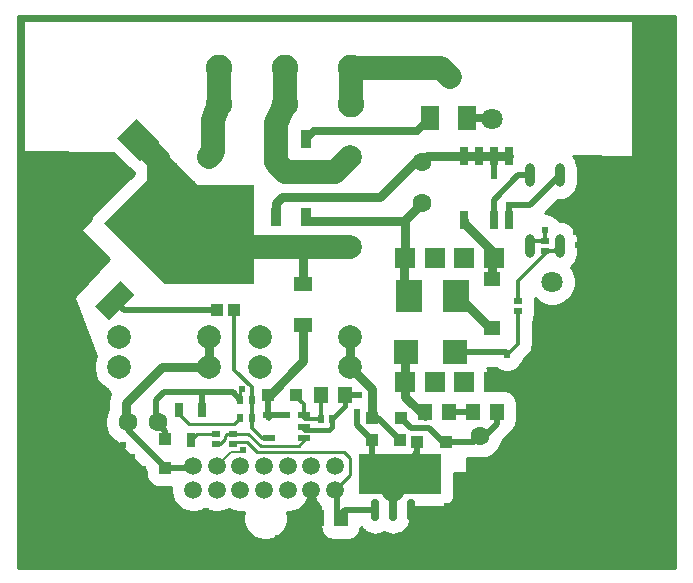
<source format=gbl>
G04 #@! TF.GenerationSoftware,KiCad,Pcbnew,5.1.5-52549c5~84~ubuntu18.04.1*
G04 #@! TF.CreationDate,2020-02-13T12:19:30+02:00*
G04 #@! TF.ProjectId,NRF52832_Touch_Switch_Power_Supply,4e524635-3238-4333-925f-546f7563685f,rev?*
G04 #@! TF.SameCoordinates,Original*
G04 #@! TF.FileFunction,Copper,L2,Bot*
G04 #@! TF.FilePolarity,Positive*
%FSLAX46Y46*%
G04 Gerber Fmt 4.6, Leading zero omitted, Abs format (unit mm)*
G04 Created by KiCad (PCBNEW 5.1.5-52549c5~84~ubuntu18.04.1) date 2020-02-13 12:19:30*
%MOMM*%
%LPD*%
G04 APERTURE LIST*
%ADD10C,0.100000*%
%ADD11R,2.290000X2.720000*%
%ADD12R,1.778000X1.778000*%
%ADD13C,1.800000*%
%ADD14C,2.250000*%
%ADD15C,1.600000*%
%ADD16C,2.000000*%
%ADD17R,1.160000X1.450000*%
%ADD18C,1.500000*%
%ADD19O,2.000000X3.500000*%
%ADD20O,0.700000X2.100000*%
%ADD21O,0.700000X1.900000*%
%ADD22R,1.000000X0.550000*%
%ADD23R,0.600000X0.650000*%
%ADD24R,0.650000X0.600000*%
%ADD25R,0.500000X0.800000*%
%ADD26R,1.000000X1.000000*%
%ADD27R,1.471000X1.270000*%
%ADD28R,1.500000X1.300000*%
%ADD29R,0.813000X1.500000*%
%ADD30R,2.000000X2.000000*%
%ADD31R,0.700000X1.250000*%
%ADD32O,0.800000X2.000000*%
%ADD33R,0.650000X1.550000*%
%ADD34R,1.000000X1.100000*%
%ADD35R,1.600000X2.000000*%
%ADD36C,0.610000*%
%ADD37C,0.508000*%
%ADD38C,0.635000*%
%ADD39C,0.762000*%
%ADD40C,0.254000*%
%ADD41C,2.032000*%
%ADD42C,0.203000*%
%ADD43C,0.305000*%
%ADD44C,0.250000*%
%ADD45C,0.406000*%
G04 APERTURE END LIST*
D10*
G36*
X104267000Y-50038000D02*
G01*
X108966000Y-50038000D01*
X108966000Y-58420000D01*
X101473000Y-58420000D01*
X96266000Y-53213000D01*
X101854000Y-47625000D01*
X104267000Y-50038000D01*
G37*
G36*
X124841000Y-76200000D02*
G01*
X117856000Y-76200000D01*
X117856000Y-72771000D01*
X124841000Y-72771000D01*
X124841000Y-76200000D01*
G37*
D11*
X126152000Y-59435000D03*
X122102000Y-59435000D03*
D12*
X129301000Y-66746000D03*
X126801000Y-66746000D03*
X124301000Y-66746000D03*
X121801000Y-66746000D03*
X121801000Y-56246000D03*
X124301000Y-56246000D03*
X126801000Y-56246000D03*
X129301000Y-56246000D03*
D13*
X129177051Y-44468051D03*
X125584949Y-40875949D03*
D14*
X111633000Y-40156000D03*
X111633000Y-43156000D03*
X117221000Y-40156000D03*
X117221000Y-43156000D03*
D15*
X128143000Y-71247000D03*
X128143000Y-73787000D03*
X98298000Y-70104000D03*
X100838000Y-70104000D03*
D14*
X106045000Y-40156000D03*
X106045000Y-43156000D03*
D15*
X123190000Y-48062000D03*
X123190000Y-51562000D03*
D13*
X134239000Y-65726000D03*
X134239000Y-58226000D03*
D16*
X105171000Y-65405000D03*
X105171000Y-62865000D03*
X105171000Y-47625000D03*
X105171000Y-55245000D03*
X97551000Y-62865000D03*
X97551000Y-65405000D03*
X117109000Y-65405000D03*
X117109000Y-62865000D03*
X117109000Y-47625000D03*
X117109000Y-55245000D03*
X109489000Y-62865000D03*
X109489000Y-65405000D03*
D17*
X114300000Y-78232000D03*
X116332000Y-78232000D03*
D18*
X115855000Y-73841000D03*
X115855000Y-75841000D03*
X113855000Y-73841000D03*
X113855000Y-75841000D03*
X111855000Y-73841000D03*
X111855000Y-75841000D03*
X109855000Y-73841000D03*
X109855000Y-75841000D03*
X107855000Y-73841000D03*
X107855000Y-75841000D03*
X105855000Y-73841000D03*
X105855000Y-75841000D03*
X103855000Y-73841000D03*
X103855000Y-75841000D03*
D19*
X120777000Y-75057000D03*
D20*
X120777000Y-77458000D03*
D21*
X119276000Y-77557000D03*
X122278000Y-77557000D03*
D22*
X110260000Y-69535000D03*
X110260000Y-71435000D03*
X113260000Y-71435000D03*
X113260000Y-70485000D03*
X113260000Y-69535000D03*
D23*
X114722000Y-69850000D03*
X115570000Y-69850000D03*
D24*
X105791000Y-71925000D03*
X105791000Y-71077000D03*
X107188000Y-71925000D03*
X107188000Y-71077000D03*
X131318000Y-60706000D03*
X131318000Y-59858000D03*
X133604000Y-55626000D03*
X133604000Y-54778000D03*
D25*
X108823000Y-68199000D03*
X107823000Y-68199000D03*
X108831000Y-69723000D03*
X107831000Y-69723000D03*
D26*
X125222000Y-71755000D03*
X122822000Y-71755000D03*
X121412000Y-69723000D03*
X119012000Y-69723000D03*
X118999000Y-71628000D03*
X121399000Y-71628000D03*
X112579000Y-67818000D03*
X110179000Y-67818000D03*
X101473000Y-71571000D03*
X101473000Y-73971000D03*
D27*
X129159000Y-58014000D03*
X129159000Y-62128000D03*
G04 #@! TA.AperFunction,SMDPad,CuDef*
D10*
G36*
X99373919Y-47964411D02*
G01*
X97450589Y-46041081D01*
X99069863Y-44421807D01*
X100993193Y-46345137D01*
X99373919Y-47964411D01*
G37*
G04 #@! TD.AperFunction*
G04 #@! TA.AperFunction,SMDPad,CuDef*
G36*
X96510137Y-50828193D02*
G01*
X94586807Y-48904863D01*
X96206081Y-47285589D01*
X98129411Y-49208919D01*
X96510137Y-50828193D01*
G37*
G04 #@! TD.AperFunction*
D28*
X113157000Y-58449000D03*
X113157000Y-61849000D03*
D29*
X110851000Y-46103000D03*
X113431000Y-46103000D03*
X113431000Y-52703000D03*
X110851000Y-52703000D03*
D30*
X126009000Y-64135000D03*
X121895000Y-64135000D03*
D31*
X103632000Y-71608000D03*
X104582000Y-69108000D03*
X102682000Y-69108000D03*
G04 #@! TA.AperFunction,SMDPad,CuDef*
D10*
G36*
X95610244Y-56086649D02*
G01*
X93488923Y-58207970D01*
X92357552Y-57076599D01*
X94478873Y-54955278D01*
X95610244Y-56086649D01*
G37*
G04 #@! TD.AperFunction*
G04 #@! TA.AperFunction,SMDPad,CuDef*
G36*
X95584788Y-60312319D02*
G01*
X97706109Y-58190998D01*
X98837480Y-59322369D01*
X96716159Y-61443690D01*
X95584788Y-60312319D01*
G37*
G04 #@! TD.AperFunction*
G04 #@! TA.AperFunction,SMDPad,CuDef*
G36*
X96291188Y-53263172D02*
G01*
X100887382Y-48666978D01*
X105130022Y-52909618D01*
X100533828Y-57505812D01*
X96291188Y-53263172D01*
G37*
G04 #@! TD.AperFunction*
D32*
X134874000Y-55197000D03*
X132334000Y-55197000D03*
X132334000Y-49197000D03*
X134874000Y-49197000D03*
D33*
X130556000Y-53012000D03*
X129286000Y-53012000D03*
X126746000Y-53012000D03*
X126746000Y-47572000D03*
X128016000Y-47572000D03*
X129286000Y-47572000D03*
X130556000Y-47572000D03*
D17*
X116713000Y-67818000D03*
X114681000Y-67818000D03*
X123444000Y-69215000D03*
X125476000Y-69215000D03*
X127508000Y-69215000D03*
X129540000Y-69215000D03*
D34*
X107315000Y-60579000D03*
X105915000Y-60579000D03*
D35*
X127076000Y-44323000D03*
X123876000Y-44323000D03*
D36*
X123698000Y-44323000D03*
X113411000Y-46101000D03*
X110851000Y-48113000D03*
X112776000Y-48895000D03*
X114808000Y-48895000D03*
X110871000Y-44762000D03*
X110871000Y-46482000D03*
X108104000Y-72490000D03*
X130429000Y-64389000D03*
X114935000Y-55245000D03*
X113665000Y-55245000D03*
X112395000Y-55245000D03*
X111252000Y-55245000D03*
X110109000Y-55245000D03*
X109093000Y-55245000D03*
X108077000Y-55245000D03*
X107061000Y-55245000D03*
X100965000Y-49784000D03*
X102489000Y-51308000D03*
X104013000Y-52578000D03*
X99568000Y-51562000D03*
X100965000Y-52832000D03*
X102616000Y-54356000D03*
X97917000Y-53467000D03*
X99441000Y-54991000D03*
X100965000Y-56261000D03*
X102235000Y-48387000D03*
X103759000Y-49911000D03*
X105283000Y-51181000D03*
X106553000Y-51181000D03*
X107950000Y-51181000D03*
X106553000Y-52578000D03*
X107950000Y-52578000D03*
X106553000Y-53848000D03*
X107950000Y-53848000D03*
X120015000Y-40132000D03*
X121539000Y-40132000D03*
X123063000Y-40132000D03*
X107950000Y-67310000D03*
X117856000Y-67818000D03*
X126111000Y-76454000D03*
X125349000Y-77216000D03*
X124460000Y-77724000D03*
X123444000Y-78105000D03*
X133096000Y-62865000D03*
X134239000Y-63754000D03*
X135255000Y-62865000D03*
X136017000Y-52832000D03*
X136271000Y-53975000D03*
X136398000Y-55118000D03*
X136525000Y-56261000D03*
X136398000Y-57404000D03*
X133096000Y-61722000D03*
X135255000Y-61722000D03*
X94107000Y-58547000D03*
X94869000Y-57912000D03*
X93853000Y-60706000D03*
X94234000Y-61976000D03*
X94996000Y-64135000D03*
X94615000Y-63119000D03*
X95123000Y-52578000D03*
X94488000Y-53213000D03*
X96012000Y-68834000D03*
X95631000Y-67818000D03*
X95250000Y-66675000D03*
X94869000Y-65405000D03*
X93345000Y-55118000D03*
X94107000Y-54483000D03*
X97917000Y-72009000D03*
X98679000Y-73025000D03*
X99568000Y-74041000D03*
X94996000Y-50927000D03*
X94361000Y-51562000D03*
X133223000Y-69088000D03*
X132588000Y-69977000D03*
X131826000Y-70866000D03*
X130937000Y-71755000D03*
X130175000Y-72517000D03*
X133858000Y-68072000D03*
X134239000Y-60833000D03*
X118237000Y-79375000D03*
X104902000Y-77597000D03*
X115316000Y-80137000D03*
X110998000Y-79883000D03*
X107950000Y-77851000D03*
X105537000Y-45339000D03*
X117729000Y-69215000D03*
X122682000Y-72771000D03*
X111760000Y-69469000D03*
X133604000Y-53848000D03*
X130556000Y-51689000D03*
X129286000Y-49276000D03*
D37*
X125476000Y-69215000D02*
X127508000Y-69215000D01*
D38*
X113431000Y-46103000D02*
X114068000Y-45466000D01*
X114068000Y-45466000D02*
X122809000Y-45466000D01*
X122809000Y-45466000D02*
X123749000Y-44526000D01*
X123749000Y-44526000D02*
X123749000Y-44323000D01*
D37*
X98298000Y-70104000D02*
X98298000Y-70739000D01*
X98298000Y-70739000D02*
X101473000Y-73914000D01*
X101473000Y-73914000D02*
X101473000Y-73970000D01*
D39*
X105171000Y-65405000D02*
X101219000Y-65405000D01*
X101219000Y-65405000D02*
X98171000Y-68453000D01*
X98171000Y-68453000D02*
X98171000Y-70104000D01*
X117109000Y-62865000D02*
X117109000Y-65405000D01*
X105171000Y-62865000D02*
X105171000Y-65405000D01*
X117109000Y-65405000D02*
X119012000Y-67308000D01*
X119012000Y-67308000D02*
X119012000Y-69723000D01*
D37*
X121399000Y-71628000D02*
X119494000Y-69723000D01*
X119494000Y-69723000D02*
X119012000Y-69723000D01*
X103855000Y-73841000D02*
X103725000Y-73971000D01*
X103725000Y-73971000D02*
X101473000Y-73971000D01*
D40*
X115854000Y-75839000D02*
X117094000Y-74602000D01*
X117094000Y-74602000D02*
X117094000Y-73152000D01*
X117094000Y-73152000D02*
X116586000Y-72644000D01*
X116586000Y-72644000D02*
X109220000Y-72644000D01*
X109220000Y-72644000D02*
X108374000Y-71798000D01*
X108374000Y-71798000D02*
X107315000Y-71798000D01*
X107315000Y-71798000D02*
X107188000Y-71925000D01*
D37*
X116000000Y-78232000D02*
X116676000Y-77556000D01*
X116676000Y-77556000D02*
X119276000Y-77556000D01*
X115855000Y-75841000D02*
X116000000Y-75986000D01*
X116000000Y-75986000D02*
X116000000Y-78232000D01*
D41*
X110851000Y-46484000D02*
X110851000Y-44764000D01*
X110851000Y-44764000D02*
X111633000Y-43156000D01*
X117109000Y-47625000D02*
X115839000Y-48895000D01*
X115839000Y-48895000D02*
X115839000Y-48895000D01*
X115839000Y-48895000D02*
X114808000Y-48895000D01*
X114808000Y-48895000D02*
X113792000Y-48895000D01*
X113792000Y-48895000D02*
X112776000Y-48895000D01*
X112776000Y-48895000D02*
X111633000Y-48895000D01*
X111633000Y-48895000D02*
X111633000Y-48895000D01*
X111633000Y-48895000D02*
X110851000Y-48113000D01*
X110851000Y-48113000D02*
X110851000Y-48113000D01*
X110851000Y-48113000D02*
X110851000Y-46485000D01*
X111633000Y-40156000D02*
X111633000Y-43156000D01*
D39*
X121801000Y-56246000D02*
X121801000Y-52951000D01*
X121801000Y-52951000D02*
X123190000Y-51562000D01*
X121801000Y-56246000D02*
X121711000Y-56336000D01*
X121711000Y-56336000D02*
X121711000Y-59690000D01*
X113431000Y-53084000D02*
X121668000Y-53084000D01*
X121668000Y-53084000D02*
X123190000Y-51562000D01*
D42*
X108105000Y-72489000D02*
X107950000Y-72644000D01*
X107950000Y-72644000D02*
X107051000Y-72644000D01*
X107051000Y-72644000D02*
X105855000Y-73840000D01*
D37*
X130429000Y-64262000D02*
X130302000Y-64135000D01*
X130302000Y-64135000D02*
X126009000Y-64135000D01*
D43*
X131318000Y-60706000D02*
X131318000Y-63500000D01*
X131318000Y-63500000D02*
X130429000Y-64389000D01*
D37*
X129540000Y-69342000D02*
X129540000Y-70231000D01*
X129540000Y-70231000D02*
X128524000Y-71247000D01*
X128524000Y-71247000D02*
X128143000Y-71247000D01*
X121412000Y-69723000D02*
X122301000Y-70612000D01*
X122301000Y-70612000D02*
X123825000Y-70612000D01*
X123825000Y-70612000D02*
X124968000Y-71755000D01*
X124968000Y-71755000D02*
X125222000Y-71755000D01*
X124968000Y-71755000D02*
X127635000Y-71755000D01*
X127635000Y-71755000D02*
X128143000Y-71247000D01*
D39*
X129159000Y-62281000D02*
X126568000Y-59690000D01*
X126568000Y-59690000D02*
X126111000Y-59690000D01*
D41*
X99223000Y-46192000D02*
X100965000Y-47935000D01*
X100965000Y-47935000D02*
X100965000Y-49784000D01*
X100965000Y-49784000D02*
X100965000Y-50546000D01*
X100965000Y-50546000D02*
X100965000Y-52832000D01*
X100965000Y-52832000D02*
X100965000Y-52832000D01*
X100965000Y-52832000D02*
X100711000Y-53086000D01*
X105171000Y-55245000D02*
X107061000Y-55245000D01*
X107061000Y-55245000D02*
X108077000Y-55245000D01*
X108077000Y-55245000D02*
X109093000Y-55245000D01*
X109093000Y-55245000D02*
X110109000Y-55245000D01*
X110109000Y-55245000D02*
X111252000Y-55245000D01*
X111252000Y-55245000D02*
X112395000Y-55245000D01*
X112395000Y-55245000D02*
X113665000Y-55245000D01*
X113665000Y-55245000D02*
X114935000Y-55245000D01*
X114935000Y-55245000D02*
X117109000Y-55245000D01*
X105171000Y-55245000D02*
X103012000Y-53086000D01*
X103012000Y-53086000D02*
X103012000Y-53086000D01*
X103012000Y-53086000D02*
X100711000Y-53086000D01*
D39*
X113157000Y-58449000D02*
X113185000Y-58421000D01*
X113185000Y-58421000D02*
X113185000Y-55245000D01*
D44*
X102235000Y-51562000D02*
X100965000Y-52832000D01*
X102235000Y-48387000D02*
X102235000Y-51562000D01*
D41*
X122809000Y-40156000D02*
X122833000Y-40132000D01*
X122833000Y-40132000D02*
X123825000Y-40132000D01*
X123825000Y-40132000D02*
X124841000Y-40132000D01*
X124841000Y-40132000D02*
X125585000Y-40876000D01*
X117983000Y-40156000D02*
X120523000Y-40156000D01*
X120523000Y-40156000D02*
X121666000Y-40156000D01*
X121666000Y-40156000D02*
X122809000Y-40156000D01*
X117221000Y-40156000D02*
X117221000Y-43156000D01*
D37*
X100711000Y-70104000D02*
X100711000Y-68199000D01*
X100711000Y-68199000D02*
X101346000Y-67564000D01*
X101346000Y-67564000D02*
X107188000Y-67564000D01*
X107188000Y-67564000D02*
X107823000Y-68199000D01*
D45*
X113236000Y-70678000D02*
X113297000Y-70739000D01*
X113297000Y-70739000D02*
X115316000Y-70739000D01*
X115316000Y-70739000D02*
X115570000Y-70485000D01*
X115570000Y-70485000D02*
X115570000Y-69850000D01*
X115570000Y-69850000D02*
X116713000Y-68707000D01*
X116713000Y-68707000D02*
X116713000Y-67818000D01*
D40*
X107950000Y-67310000D02*
X107823000Y-67437000D01*
X107823000Y-67437000D02*
X107823000Y-68199000D01*
D37*
X116713000Y-67818000D02*
X117856000Y-67818000D01*
X100711000Y-70104000D02*
X101473000Y-70866000D01*
X101473000Y-70866000D02*
X101473000Y-71571000D01*
X104582000Y-69108000D02*
X104584000Y-69106000D01*
X104584000Y-69106000D02*
X104584000Y-67564000D01*
D38*
X126949000Y-44323000D02*
X129032000Y-44323000D01*
X129032000Y-44323000D02*
X129177000Y-44468000D01*
D41*
X105171000Y-47625000D02*
X105537000Y-47259000D01*
X105537000Y-47259000D02*
X105537000Y-45339000D01*
X105537000Y-45339000D02*
X105537000Y-44554000D01*
X105537000Y-44554000D02*
X105537000Y-44554000D01*
X105537000Y-44554000D02*
X106045000Y-43156000D01*
X106045000Y-40156000D02*
X106045000Y-43156000D01*
D37*
X97212000Y-59817000D02*
X97974000Y-60579000D01*
X97974000Y-60579000D02*
X105915000Y-60579000D01*
D40*
X107831000Y-69723000D02*
X107323000Y-70231000D01*
X107323000Y-70231000D02*
X103505000Y-70231000D01*
X103505000Y-70231000D02*
X102682000Y-69408000D01*
X102682000Y-69408000D02*
X102682000Y-69108000D01*
X105791000Y-71077000D02*
X104163000Y-71077000D01*
X104163000Y-71077000D02*
X103632000Y-71608000D01*
D37*
X118999000Y-71628000D02*
X118999000Y-73279000D01*
X118999000Y-73279000D02*
X120777000Y-75057000D01*
X118999000Y-71628000D02*
X117729000Y-70358000D01*
X117729000Y-70358000D02*
X117729000Y-69215000D01*
X122822000Y-71755000D02*
X122822000Y-72631000D01*
X122822000Y-72631000D02*
X122682000Y-72771000D01*
X120777000Y-75057000D02*
X120777000Y-74676000D01*
X120777000Y-74676000D02*
X122682000Y-72771000D01*
D44*
X120777000Y-75057000D02*
X120777000Y-77458000D01*
D39*
X121869000Y-64008000D02*
X121801000Y-64076000D01*
X121801000Y-64076000D02*
X121801000Y-66746000D01*
X123444000Y-69596000D02*
X121801000Y-67953000D01*
X121801000Y-67953000D02*
X121801000Y-66746000D01*
D43*
X114681000Y-67818000D02*
X114722000Y-67859000D01*
X114722000Y-67859000D02*
X114722000Y-69850000D01*
X113236000Y-69728000D02*
X113358000Y-69850000D01*
X113358000Y-69850000D02*
X114722000Y-69850000D01*
X112579000Y-67945000D02*
X113236000Y-68602000D01*
X113236000Y-68602000D02*
X113236000Y-69728000D01*
D40*
X105791000Y-71925000D02*
X106129000Y-71925000D01*
X106129000Y-71925000D02*
X106553000Y-71501000D01*
X106553000Y-71501000D02*
X106553000Y-71247000D01*
X106553000Y-71247000D02*
X106723000Y-71077000D01*
X106723000Y-71077000D02*
X107188000Y-71077000D01*
X107188000Y-71077000D02*
X108542000Y-71077000D01*
X108542000Y-71077000D02*
X109601000Y-72136000D01*
X109601000Y-72136000D02*
X112776000Y-72136000D01*
X112776000Y-72136000D02*
X113260000Y-71652000D01*
X113260000Y-71652000D02*
X113260000Y-71435000D01*
D43*
X108831000Y-69723000D02*
X108831000Y-70604000D01*
X108831000Y-70604000D02*
X109667000Y-71435000D01*
X109667000Y-71435000D02*
X110261000Y-71435000D01*
X108823000Y-68199000D02*
X108823000Y-67167000D01*
X108823000Y-67167000D02*
X107315000Y-65659000D01*
X107315000Y-65659000D02*
X107315000Y-60579000D01*
X108823000Y-68199000D02*
X108831000Y-68207000D01*
X108831000Y-68207000D02*
X108831000Y-69723000D01*
D39*
X113157000Y-61849000D02*
X113157000Y-64967000D01*
X113157000Y-64967000D02*
X110179000Y-67945000D01*
D37*
X110236000Y-69728000D02*
X110236000Y-69469000D01*
X110236000Y-69469000D02*
X111760000Y-69469000D01*
X110236000Y-69728000D02*
X110179000Y-69671000D01*
X110179000Y-69671000D02*
X110179000Y-67945000D01*
D43*
X133604000Y-55626000D02*
X134445000Y-55626000D01*
X134445000Y-55626000D02*
X134874000Y-55197000D01*
X133604000Y-55626000D02*
X133604000Y-55880000D01*
X133604000Y-55880000D02*
X131318000Y-58166000D01*
X131318000Y-58166000D02*
X131318000Y-59858000D01*
X133604000Y-54778000D02*
X132753000Y-54778000D01*
X132753000Y-54778000D02*
X132334000Y-55197000D01*
X133604000Y-53848000D02*
X133604000Y-54778000D01*
D37*
X129286000Y-53012000D02*
X129286000Y-51308000D01*
X129286000Y-51308000D02*
X131397000Y-49197000D01*
X131397000Y-49197000D02*
X132334000Y-49197000D01*
X130556000Y-51689000D02*
X130556000Y-53012000D01*
X130556000Y-51689000D02*
X132382000Y-51689000D01*
X132382000Y-51689000D02*
X134874000Y-49197000D01*
D39*
X129159000Y-56388000D02*
X129159000Y-55626000D01*
X129159000Y-55626000D02*
X126746000Y-53213000D01*
X126746000Y-53213000D02*
X126746000Y-53012000D01*
X129301000Y-56246000D02*
X129159000Y-56388000D01*
X129159000Y-56388000D02*
X129159000Y-58166000D01*
X110851000Y-53083000D02*
X110851000Y-51582000D01*
X110851000Y-51582000D02*
X111379000Y-51054000D01*
X111379000Y-51054000D02*
X119634000Y-51054000D01*
X119634000Y-51054000D02*
X122626000Y-48062000D01*
X122626000Y-48062000D02*
X123190000Y-48062000D01*
X123190000Y-48062000D02*
X123680000Y-47572000D01*
X123680000Y-47572000D02*
X126746000Y-47572000D01*
X126746000Y-47572000D02*
X128016000Y-47572000D01*
X128016000Y-47572000D02*
X129286000Y-47572000D01*
X129286000Y-47572000D02*
X130556000Y-47572000D01*
D37*
X129286000Y-49276000D02*
X129286000Y-47572000D01*
D40*
G36*
X144653000Y-82423000D02*
G01*
X89027000Y-82423000D01*
X89027000Y-36195000D01*
X89408000Y-36195000D01*
X89408000Y-47117000D01*
X89410260Y-47140853D01*
X89417311Y-47164730D01*
X89428884Y-47186773D01*
X89444535Y-47206135D01*
X89463662Y-47222071D01*
X89485531Y-47233969D01*
X89509302Y-47241373D01*
X89534059Y-47243997D01*
X97108079Y-47300101D01*
X98573154Y-48765176D01*
X98744762Y-48906011D01*
X98822000Y-48947296D01*
X98822000Y-49063181D01*
X95469091Y-52416091D01*
X95401858Y-52497941D01*
X95333880Y-52579532D01*
X95331987Y-52583004D01*
X95329481Y-52586055D01*
X95279411Y-52679436D01*
X95228591Y-52772646D01*
X95227408Y-52776420D01*
X95225543Y-52779899D01*
X95194551Y-52881268D01*
X95178767Y-52931637D01*
X94395669Y-53760799D01*
X94382403Y-53777443D01*
X94370667Y-53799399D01*
X94363440Y-53823224D01*
X94361000Y-53848000D01*
X94363440Y-53872776D01*
X94370667Y-53896601D01*
X94382403Y-53918557D01*
X94398197Y-53937803D01*
X96724915Y-56264521D01*
X93759680Y-59476858D01*
X93749433Y-59489496D01*
X93737083Y-59511113D01*
X93729188Y-59534725D01*
X93726050Y-59559422D01*
X93727792Y-59584258D01*
X93734345Y-59608276D01*
X95611804Y-64528514D01*
X95505739Y-64784577D01*
X95424000Y-65195509D01*
X95424000Y-65614491D01*
X95505739Y-66025423D01*
X95666077Y-66412512D01*
X95898851Y-66760884D01*
X96195116Y-67057149D01*
X96543488Y-67289923D01*
X96688405Y-67349950D01*
X96839308Y-67745419D01*
X96800512Y-67818000D01*
X96771049Y-67873122D01*
X96699197Y-68109988D01*
X96684820Y-68157381D01*
X96663000Y-68378923D01*
X96663000Y-68378930D01*
X96655705Y-68453000D01*
X96663000Y-68527070D01*
X96663000Y-69082442D01*
X96590315Y-69191223D01*
X96445053Y-69541915D01*
X96371000Y-69914207D01*
X96371000Y-70293793D01*
X96445053Y-70666085D01*
X96590315Y-71016777D01*
X96801201Y-71332391D01*
X97069609Y-71600799D01*
X97385223Y-71811685D01*
X97440591Y-71834619D01*
X99840547Y-74234576D01*
X99840547Y-74471000D01*
X99862307Y-74691931D01*
X99926750Y-74904371D01*
X100031400Y-75100157D01*
X100172235Y-75271765D01*
X100343843Y-75412600D01*
X100539629Y-75517250D01*
X100752069Y-75581693D01*
X100973000Y-75603453D01*
X101973000Y-75603453D01*
X101988788Y-75601898D01*
X101978000Y-75656132D01*
X101978000Y-76025868D01*
X102050132Y-76388501D01*
X102191624Y-76730093D01*
X102397039Y-77037518D01*
X102658482Y-77298961D01*
X102965907Y-77504376D01*
X103307499Y-77645868D01*
X103670132Y-77718000D01*
X104039868Y-77718000D01*
X104402501Y-77645868D01*
X104744093Y-77504376D01*
X104855000Y-77430270D01*
X104965907Y-77504376D01*
X105307499Y-77645868D01*
X105670132Y-77718000D01*
X106039868Y-77718000D01*
X106402501Y-77645868D01*
X106744093Y-77504376D01*
X106855000Y-77430270D01*
X106965907Y-77504376D01*
X107307499Y-77645868D01*
X107670132Y-77718000D01*
X108039868Y-77718000D01*
X108175848Y-77690952D01*
X108105000Y-78047132D01*
X108105000Y-78416868D01*
X108177132Y-78779501D01*
X108318624Y-79121093D01*
X108524039Y-79428518D01*
X108785482Y-79689961D01*
X109092907Y-79895376D01*
X109434499Y-80036868D01*
X109797132Y-80109000D01*
X110166868Y-80109000D01*
X110529501Y-80036868D01*
X110871093Y-79895376D01*
X111178518Y-79689961D01*
X111439961Y-79428518D01*
X111645376Y-79121093D01*
X111786868Y-78779501D01*
X111859000Y-78416868D01*
X111859000Y-78047132D01*
X111793532Y-77718000D01*
X112039868Y-77718000D01*
X112402501Y-77645868D01*
X112744093Y-77504376D01*
X113051518Y-77298961D01*
X113312961Y-77037518D01*
X113518376Y-76730093D01*
X113659868Y-76388501D01*
X113732000Y-76025868D01*
X113732000Y-75718000D01*
X113978000Y-75718000D01*
X113978000Y-76025868D01*
X114050132Y-76388501D01*
X114191624Y-76730093D01*
X114397039Y-77037518D01*
X114619001Y-77259480D01*
X114619001Y-78164158D01*
X114612319Y-78232000D01*
X114619001Y-78299843D01*
X114619547Y-78305387D01*
X114619547Y-78957000D01*
X114641307Y-79177931D01*
X114705750Y-79390371D01*
X114810400Y-79586157D01*
X114951235Y-79757765D01*
X115122843Y-79898600D01*
X115318629Y-80003250D01*
X115531069Y-80067693D01*
X115752000Y-80089453D01*
X116912000Y-80089453D01*
X117132931Y-80067693D01*
X117345371Y-80003250D01*
X117541157Y-79898600D01*
X117712765Y-79757765D01*
X117853600Y-79586157D01*
X117958250Y-79390371D01*
X118022693Y-79177931D01*
X118042029Y-78981608D01*
X118226550Y-79206450D01*
X118451453Y-79391022D01*
X118708042Y-79528172D01*
X118986457Y-79612629D01*
X119276000Y-79641146D01*
X119565542Y-79612629D01*
X119843957Y-79528172D01*
X120025564Y-79431101D01*
X120209042Y-79529172D01*
X120487457Y-79613629D01*
X120777000Y-79642146D01*
X121066542Y-79613629D01*
X121344957Y-79529172D01*
X121601546Y-79392022D01*
X121826450Y-79207450D01*
X122011022Y-78982547D01*
X122148172Y-78725958D01*
X122232629Y-78447543D01*
X122254000Y-78230556D01*
X122254000Y-77346437D01*
X122277683Y-77327000D01*
X124841000Y-77327000D01*
X124946470Y-77316658D01*
X125052179Y-77307038D01*
X125055974Y-77305921D01*
X125059902Y-77305536D01*
X125161357Y-77274905D01*
X125263182Y-77244936D01*
X125266686Y-77243104D01*
X125270466Y-77241963D01*
X125364075Y-77192190D01*
X125458104Y-77143033D01*
X125461184Y-77140557D01*
X125464672Y-77138702D01*
X125546822Y-77071703D01*
X125629521Y-77005211D01*
X125632063Y-77002182D01*
X125635123Y-76999686D01*
X125702677Y-76918027D01*
X125770903Y-76836718D01*
X125772808Y-76833252D01*
X125775325Y-76830210D01*
X125825730Y-76736988D01*
X125876866Y-76643973D01*
X125878062Y-76640204D01*
X125879940Y-76636730D01*
X125911301Y-76535420D01*
X125943372Y-76434316D01*
X125943812Y-76430390D01*
X125944981Y-76426615D01*
X125956073Y-76321083D01*
X125967890Y-76215735D01*
X125967943Y-76208153D01*
X125967973Y-76207868D01*
X125967947Y-76207582D01*
X125968000Y-76200000D01*
X125968000Y-74384206D01*
X126867685Y-74421889D01*
X126888839Y-74421008D01*
X126913118Y-74415497D01*
X126935855Y-74405355D01*
X126956176Y-74390973D01*
X126973301Y-74372902D01*
X126986572Y-74351837D01*
X126995478Y-74328588D01*
X126999677Y-74304048D01*
X127083109Y-73136000D01*
X127567167Y-73136000D01*
X127635000Y-73142681D01*
X127702833Y-73136000D01*
X127702843Y-73136000D01*
X127742520Y-73132092D01*
X127953207Y-73174000D01*
X128332793Y-73174000D01*
X128705085Y-73099947D01*
X129055777Y-72954685D01*
X129371391Y-72743799D01*
X129639799Y-72475391D01*
X129850685Y-72159777D01*
X129995947Y-71809085D01*
X130016060Y-71707968D01*
X130468545Y-71255484D01*
X130521239Y-71212239D01*
X130584062Y-71135690D01*
X130693815Y-71001955D01*
X130765171Y-70868458D01*
X130920765Y-70740765D01*
X131061600Y-70569157D01*
X131166250Y-70373371D01*
X131230693Y-70160931D01*
X131252453Y-69940000D01*
X131252453Y-68490000D01*
X131230693Y-68269069D01*
X131166250Y-68056629D01*
X131061600Y-67860843D01*
X130920765Y-67689235D01*
X130749157Y-67548400D01*
X130553371Y-67443750D01*
X130340931Y-67379307D01*
X130120000Y-67357547D01*
X128960000Y-67357547D01*
X128822453Y-67371094D01*
X128822453Y-65857000D01*
X128800693Y-65636069D01*
X128764270Y-65516000D01*
X129538143Y-65516000D01*
X129750694Y-65658022D01*
X130011301Y-65765969D01*
X130287960Y-65821000D01*
X130570040Y-65821000D01*
X130846699Y-65765969D01*
X131107306Y-65658022D01*
X131341847Y-65501307D01*
X131541307Y-65301847D01*
X131698022Y-65067306D01*
X131795491Y-64831996D01*
X132178308Y-64449179D01*
X132227120Y-64409120D01*
X132267179Y-64360308D01*
X132267184Y-64360303D01*
X132387012Y-64214291D01*
X132429394Y-64135000D01*
X132505823Y-63992012D01*
X132578986Y-63750826D01*
X132597500Y-63562849D01*
X132597500Y-63562838D01*
X132603689Y-63500000D01*
X132597500Y-63437162D01*
X132597500Y-61611023D01*
X132689250Y-61439371D01*
X132753693Y-61226931D01*
X132775453Y-61006000D01*
X132775453Y-60406000D01*
X132763240Y-60282000D01*
X132775453Y-60158000D01*
X132775453Y-59629064D01*
X132946863Y-59800474D01*
X133278855Y-60022304D01*
X133647746Y-60175104D01*
X134039358Y-60253000D01*
X134438642Y-60253000D01*
X134830254Y-60175104D01*
X135199145Y-60022304D01*
X135531137Y-59800474D01*
X135813474Y-59518137D01*
X136035304Y-59186145D01*
X136188104Y-58817254D01*
X136266000Y-58425642D01*
X136266000Y-58026358D01*
X136188104Y-57634746D01*
X136035304Y-57265855D01*
X135842613Y-56977472D01*
X135958976Y-56881976D01*
X136149797Y-56649460D01*
X136291590Y-56384185D01*
X136378905Y-56096344D01*
X136401000Y-55872011D01*
X136401000Y-54521989D01*
X136378905Y-54297656D01*
X136291590Y-54009815D01*
X136149797Y-53744540D01*
X135958976Y-53512024D01*
X135726460Y-53321203D01*
X135461185Y-53179410D01*
X135173344Y-53092095D01*
X134874000Y-53062612D01*
X134805951Y-53069314D01*
X134716307Y-52935153D01*
X134516847Y-52735693D01*
X134282306Y-52578978D01*
X134021699Y-52471031D01*
X133745040Y-52416000D01*
X133608028Y-52416000D01*
X134708901Y-51315127D01*
X134874000Y-51331388D01*
X135173343Y-51301905D01*
X135461184Y-51214590D01*
X135726459Y-51072797D01*
X135958976Y-50881976D01*
X136149797Y-50649460D01*
X136291590Y-50384185D01*
X136378905Y-50096344D01*
X136401000Y-49872011D01*
X136401000Y-48521989D01*
X136378905Y-48297656D01*
X136291590Y-48009815D01*
X136149797Y-47744540D01*
X136021615Y-47588349D01*
X140969059Y-47624997D01*
X140994776Y-47622560D01*
X141018601Y-47615333D01*
X141040557Y-47603597D01*
X141059803Y-47587803D01*
X141075597Y-47568557D01*
X141087333Y-47546601D01*
X141094560Y-47522776D01*
X141097000Y-47498000D01*
X141097000Y-36195000D01*
X141094560Y-36170224D01*
X141087333Y-36146399D01*
X141075597Y-36124443D01*
X141059803Y-36105197D01*
X141040557Y-36089403D01*
X141018601Y-36077667D01*
X140994776Y-36070440D01*
X140970000Y-36068000D01*
X89535000Y-36068000D01*
X89510224Y-36070440D01*
X89486399Y-36077667D01*
X89464443Y-36089403D01*
X89445197Y-36105197D01*
X89429403Y-36124443D01*
X89417667Y-36146399D01*
X89410440Y-36170224D01*
X89408000Y-36195000D01*
X89027000Y-36195000D01*
X89027000Y-35687000D01*
X144653000Y-35687000D01*
X144653000Y-82423000D01*
G37*
X144653000Y-82423000D02*
X89027000Y-82423000D01*
X89027000Y-36195000D01*
X89408000Y-36195000D01*
X89408000Y-47117000D01*
X89410260Y-47140853D01*
X89417311Y-47164730D01*
X89428884Y-47186773D01*
X89444535Y-47206135D01*
X89463662Y-47222071D01*
X89485531Y-47233969D01*
X89509302Y-47241373D01*
X89534059Y-47243997D01*
X97108079Y-47300101D01*
X98573154Y-48765176D01*
X98744762Y-48906011D01*
X98822000Y-48947296D01*
X98822000Y-49063181D01*
X95469091Y-52416091D01*
X95401858Y-52497941D01*
X95333880Y-52579532D01*
X95331987Y-52583004D01*
X95329481Y-52586055D01*
X95279411Y-52679436D01*
X95228591Y-52772646D01*
X95227408Y-52776420D01*
X95225543Y-52779899D01*
X95194551Y-52881268D01*
X95178767Y-52931637D01*
X94395669Y-53760799D01*
X94382403Y-53777443D01*
X94370667Y-53799399D01*
X94363440Y-53823224D01*
X94361000Y-53848000D01*
X94363440Y-53872776D01*
X94370667Y-53896601D01*
X94382403Y-53918557D01*
X94398197Y-53937803D01*
X96724915Y-56264521D01*
X93759680Y-59476858D01*
X93749433Y-59489496D01*
X93737083Y-59511113D01*
X93729188Y-59534725D01*
X93726050Y-59559422D01*
X93727792Y-59584258D01*
X93734345Y-59608276D01*
X95611804Y-64528514D01*
X95505739Y-64784577D01*
X95424000Y-65195509D01*
X95424000Y-65614491D01*
X95505739Y-66025423D01*
X95666077Y-66412512D01*
X95898851Y-66760884D01*
X96195116Y-67057149D01*
X96543488Y-67289923D01*
X96688405Y-67349950D01*
X96839308Y-67745419D01*
X96800512Y-67818000D01*
X96771049Y-67873122D01*
X96699197Y-68109988D01*
X96684820Y-68157381D01*
X96663000Y-68378923D01*
X96663000Y-68378930D01*
X96655705Y-68453000D01*
X96663000Y-68527070D01*
X96663000Y-69082442D01*
X96590315Y-69191223D01*
X96445053Y-69541915D01*
X96371000Y-69914207D01*
X96371000Y-70293793D01*
X96445053Y-70666085D01*
X96590315Y-71016777D01*
X96801201Y-71332391D01*
X97069609Y-71600799D01*
X97385223Y-71811685D01*
X97440591Y-71834619D01*
X99840547Y-74234576D01*
X99840547Y-74471000D01*
X99862307Y-74691931D01*
X99926750Y-74904371D01*
X100031400Y-75100157D01*
X100172235Y-75271765D01*
X100343843Y-75412600D01*
X100539629Y-75517250D01*
X100752069Y-75581693D01*
X100973000Y-75603453D01*
X101973000Y-75603453D01*
X101988788Y-75601898D01*
X101978000Y-75656132D01*
X101978000Y-76025868D01*
X102050132Y-76388501D01*
X102191624Y-76730093D01*
X102397039Y-77037518D01*
X102658482Y-77298961D01*
X102965907Y-77504376D01*
X103307499Y-77645868D01*
X103670132Y-77718000D01*
X104039868Y-77718000D01*
X104402501Y-77645868D01*
X104744093Y-77504376D01*
X104855000Y-77430270D01*
X104965907Y-77504376D01*
X105307499Y-77645868D01*
X105670132Y-77718000D01*
X106039868Y-77718000D01*
X106402501Y-77645868D01*
X106744093Y-77504376D01*
X106855000Y-77430270D01*
X106965907Y-77504376D01*
X107307499Y-77645868D01*
X107670132Y-77718000D01*
X108039868Y-77718000D01*
X108175848Y-77690952D01*
X108105000Y-78047132D01*
X108105000Y-78416868D01*
X108177132Y-78779501D01*
X108318624Y-79121093D01*
X108524039Y-79428518D01*
X108785482Y-79689961D01*
X109092907Y-79895376D01*
X109434499Y-80036868D01*
X109797132Y-80109000D01*
X110166868Y-80109000D01*
X110529501Y-80036868D01*
X110871093Y-79895376D01*
X111178518Y-79689961D01*
X111439961Y-79428518D01*
X111645376Y-79121093D01*
X111786868Y-78779501D01*
X111859000Y-78416868D01*
X111859000Y-78047132D01*
X111793532Y-77718000D01*
X112039868Y-77718000D01*
X112402501Y-77645868D01*
X112744093Y-77504376D01*
X113051518Y-77298961D01*
X113312961Y-77037518D01*
X113518376Y-76730093D01*
X113659868Y-76388501D01*
X113732000Y-76025868D01*
X113732000Y-75718000D01*
X113978000Y-75718000D01*
X113978000Y-76025868D01*
X114050132Y-76388501D01*
X114191624Y-76730093D01*
X114397039Y-77037518D01*
X114619001Y-77259480D01*
X114619001Y-78164158D01*
X114612319Y-78232000D01*
X114619001Y-78299843D01*
X114619547Y-78305387D01*
X114619547Y-78957000D01*
X114641307Y-79177931D01*
X114705750Y-79390371D01*
X114810400Y-79586157D01*
X114951235Y-79757765D01*
X115122843Y-79898600D01*
X115318629Y-80003250D01*
X115531069Y-80067693D01*
X115752000Y-80089453D01*
X116912000Y-80089453D01*
X117132931Y-80067693D01*
X117345371Y-80003250D01*
X117541157Y-79898600D01*
X117712765Y-79757765D01*
X117853600Y-79586157D01*
X117958250Y-79390371D01*
X118022693Y-79177931D01*
X118042029Y-78981608D01*
X118226550Y-79206450D01*
X118451453Y-79391022D01*
X118708042Y-79528172D01*
X118986457Y-79612629D01*
X119276000Y-79641146D01*
X119565542Y-79612629D01*
X119843957Y-79528172D01*
X120025564Y-79431101D01*
X120209042Y-79529172D01*
X120487457Y-79613629D01*
X120777000Y-79642146D01*
X121066542Y-79613629D01*
X121344957Y-79529172D01*
X121601546Y-79392022D01*
X121826450Y-79207450D01*
X122011022Y-78982547D01*
X122148172Y-78725958D01*
X122232629Y-78447543D01*
X122254000Y-78230556D01*
X122254000Y-77346437D01*
X122277683Y-77327000D01*
X124841000Y-77327000D01*
X124946470Y-77316658D01*
X125052179Y-77307038D01*
X125055974Y-77305921D01*
X125059902Y-77305536D01*
X125161357Y-77274905D01*
X125263182Y-77244936D01*
X125266686Y-77243104D01*
X125270466Y-77241963D01*
X125364075Y-77192190D01*
X125458104Y-77143033D01*
X125461184Y-77140557D01*
X125464672Y-77138702D01*
X125546822Y-77071703D01*
X125629521Y-77005211D01*
X125632063Y-77002182D01*
X125635123Y-76999686D01*
X125702677Y-76918027D01*
X125770903Y-76836718D01*
X125772808Y-76833252D01*
X125775325Y-76830210D01*
X125825730Y-76736988D01*
X125876866Y-76643973D01*
X125878062Y-76640204D01*
X125879940Y-76636730D01*
X125911301Y-76535420D01*
X125943372Y-76434316D01*
X125943812Y-76430390D01*
X125944981Y-76426615D01*
X125956073Y-76321083D01*
X125967890Y-76215735D01*
X125967943Y-76208153D01*
X125967973Y-76207868D01*
X125967947Y-76207582D01*
X125968000Y-76200000D01*
X125968000Y-74384206D01*
X126867685Y-74421889D01*
X126888839Y-74421008D01*
X126913118Y-74415497D01*
X126935855Y-74405355D01*
X126956176Y-74390973D01*
X126973301Y-74372902D01*
X126986572Y-74351837D01*
X126995478Y-74328588D01*
X126999677Y-74304048D01*
X127083109Y-73136000D01*
X127567167Y-73136000D01*
X127635000Y-73142681D01*
X127702833Y-73136000D01*
X127702843Y-73136000D01*
X127742520Y-73132092D01*
X127953207Y-73174000D01*
X128332793Y-73174000D01*
X128705085Y-73099947D01*
X129055777Y-72954685D01*
X129371391Y-72743799D01*
X129639799Y-72475391D01*
X129850685Y-72159777D01*
X129995947Y-71809085D01*
X130016060Y-71707968D01*
X130468545Y-71255484D01*
X130521239Y-71212239D01*
X130584062Y-71135690D01*
X130693815Y-71001955D01*
X130765171Y-70868458D01*
X130920765Y-70740765D01*
X131061600Y-70569157D01*
X131166250Y-70373371D01*
X131230693Y-70160931D01*
X131252453Y-69940000D01*
X131252453Y-68490000D01*
X131230693Y-68269069D01*
X131166250Y-68056629D01*
X131061600Y-67860843D01*
X130920765Y-67689235D01*
X130749157Y-67548400D01*
X130553371Y-67443750D01*
X130340931Y-67379307D01*
X130120000Y-67357547D01*
X128960000Y-67357547D01*
X128822453Y-67371094D01*
X128822453Y-65857000D01*
X128800693Y-65636069D01*
X128764270Y-65516000D01*
X129538143Y-65516000D01*
X129750694Y-65658022D01*
X130011301Y-65765969D01*
X130287960Y-65821000D01*
X130570040Y-65821000D01*
X130846699Y-65765969D01*
X131107306Y-65658022D01*
X131341847Y-65501307D01*
X131541307Y-65301847D01*
X131698022Y-65067306D01*
X131795491Y-64831996D01*
X132178308Y-64449179D01*
X132227120Y-64409120D01*
X132267179Y-64360308D01*
X132267184Y-64360303D01*
X132387012Y-64214291D01*
X132429394Y-64135000D01*
X132505823Y-63992012D01*
X132578986Y-63750826D01*
X132597500Y-63562849D01*
X132597500Y-63562838D01*
X132603689Y-63500000D01*
X132597500Y-63437162D01*
X132597500Y-61611023D01*
X132689250Y-61439371D01*
X132753693Y-61226931D01*
X132775453Y-61006000D01*
X132775453Y-60406000D01*
X132763240Y-60282000D01*
X132775453Y-60158000D01*
X132775453Y-59629064D01*
X132946863Y-59800474D01*
X133278855Y-60022304D01*
X133647746Y-60175104D01*
X134039358Y-60253000D01*
X134438642Y-60253000D01*
X134830254Y-60175104D01*
X135199145Y-60022304D01*
X135531137Y-59800474D01*
X135813474Y-59518137D01*
X136035304Y-59186145D01*
X136188104Y-58817254D01*
X136266000Y-58425642D01*
X136266000Y-58026358D01*
X136188104Y-57634746D01*
X136035304Y-57265855D01*
X135842613Y-56977472D01*
X135958976Y-56881976D01*
X136149797Y-56649460D01*
X136291590Y-56384185D01*
X136378905Y-56096344D01*
X136401000Y-55872011D01*
X136401000Y-54521989D01*
X136378905Y-54297656D01*
X136291590Y-54009815D01*
X136149797Y-53744540D01*
X135958976Y-53512024D01*
X135726460Y-53321203D01*
X135461185Y-53179410D01*
X135173344Y-53092095D01*
X134874000Y-53062612D01*
X134805951Y-53069314D01*
X134716307Y-52935153D01*
X134516847Y-52735693D01*
X134282306Y-52578978D01*
X134021699Y-52471031D01*
X133745040Y-52416000D01*
X133608028Y-52416000D01*
X134708901Y-51315127D01*
X134874000Y-51331388D01*
X135173343Y-51301905D01*
X135461184Y-51214590D01*
X135726459Y-51072797D01*
X135958976Y-50881976D01*
X136149797Y-50649460D01*
X136291590Y-50384185D01*
X136378905Y-50096344D01*
X136401000Y-49872011D01*
X136401000Y-48521989D01*
X136378905Y-48297656D01*
X136291590Y-48009815D01*
X136149797Y-47744540D01*
X136021615Y-47588349D01*
X140969059Y-47624997D01*
X140994776Y-47622560D01*
X141018601Y-47615333D01*
X141040557Y-47603597D01*
X141059803Y-47587803D01*
X141075597Y-47568557D01*
X141087333Y-47546601D01*
X141094560Y-47522776D01*
X141097000Y-47498000D01*
X141097000Y-36195000D01*
X141094560Y-36170224D01*
X141087333Y-36146399D01*
X141075597Y-36124443D01*
X141059803Y-36105197D01*
X141040557Y-36089403D01*
X141018601Y-36077667D01*
X140994776Y-36070440D01*
X140970000Y-36068000D01*
X89535000Y-36068000D01*
X89510224Y-36070440D01*
X89486399Y-36077667D01*
X89464443Y-36089403D01*
X89445197Y-36105197D01*
X89429403Y-36124443D01*
X89417667Y-36146399D01*
X89410440Y-36170224D01*
X89408000Y-36195000D01*
X89027000Y-36195000D01*
X89027000Y-35687000D01*
X144653000Y-35687000D01*
X144653000Y-82423000D01*
M02*

</source>
